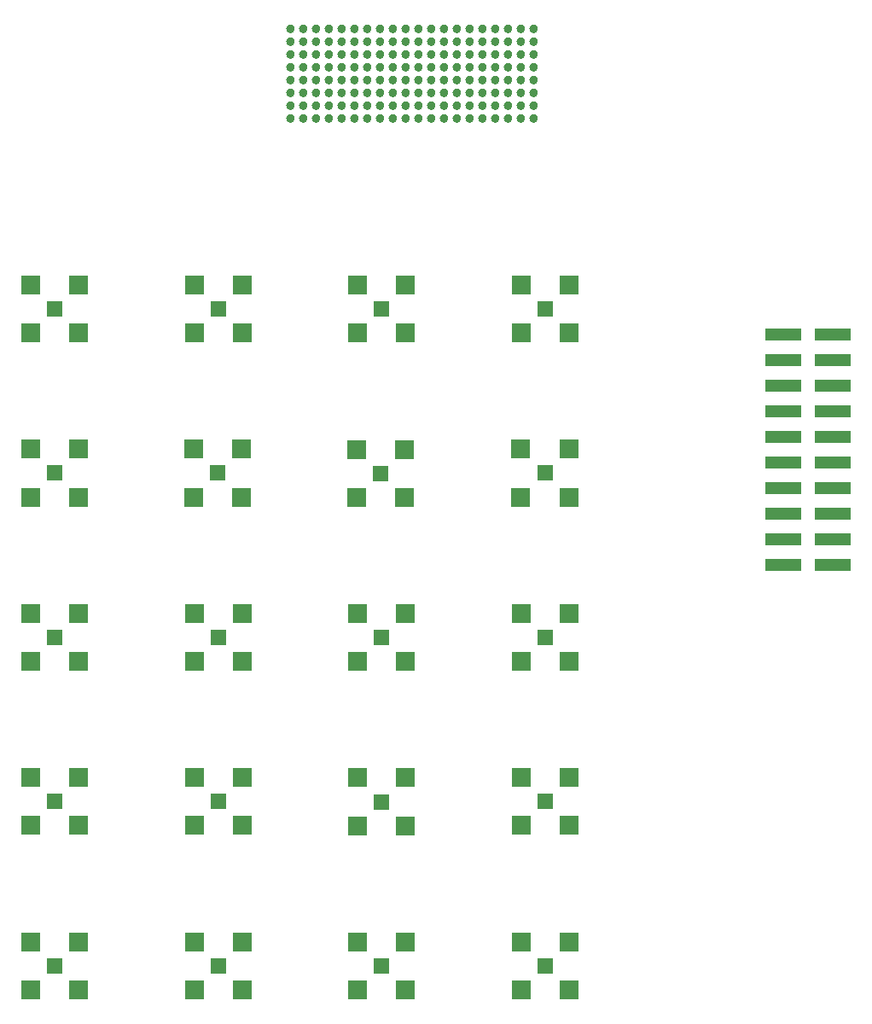
<source format=gbr>
%TF.GenerationSoftware,KiCad,Pcbnew,8.0.3*%
%TF.CreationDate,2024-07-13T21:55:38+05:30*%
%TF.ProjectId,Interpose_1,496e7465-7270-46f7-9365-5f312e6b6963,rev?*%
%TF.SameCoordinates,Original*%
%TF.FileFunction,Paste,Top*%
%TF.FilePolarity,Positive*%
%FSLAX46Y46*%
G04 Gerber Fmt 4.6, Leading zero omitted, Abs format (unit mm)*
G04 Created by KiCad (PCBNEW 8.0.3) date 2024-07-13 21:55:38*
%MOMM*%
%LPD*%
G01*
G04 APERTURE LIST*
%ADD10C,0.445000*%
%ADD11R,1.520000X1.520000*%
%ADD12R,1.905000X1.905000*%
%ADD13R,3.680000X1.270000*%
G04 APERTURE END LIST*
D10*
%TO.C,J1*%
X96104500Y-33140000D02*
G75*
G02*
X95659500Y-33140000I-222500J0D01*
G01*
X95659500Y-33140000D02*
G75*
G02*
X96104500Y-33140000I222500J0D01*
G01*
X96104500Y-34410000D02*
G75*
G02*
X95659500Y-34410000I-222500J0D01*
G01*
X95659500Y-34410000D02*
G75*
G02*
X96104500Y-34410000I222500J0D01*
G01*
X96104500Y-35680000D02*
G75*
G02*
X95659500Y-35680000I-222500J0D01*
G01*
X95659500Y-35680000D02*
G75*
G02*
X96104500Y-35680000I222500J0D01*
G01*
X96104500Y-36950000D02*
G75*
G02*
X95659500Y-36950000I-222500J0D01*
G01*
X95659500Y-36950000D02*
G75*
G02*
X96104500Y-36950000I222500J0D01*
G01*
X96104500Y-38220000D02*
G75*
G02*
X95659500Y-38220000I-222500J0D01*
G01*
X95659500Y-38220000D02*
G75*
G02*
X96104500Y-38220000I222500J0D01*
G01*
X96104500Y-39490000D02*
G75*
G02*
X95659500Y-39490000I-222500J0D01*
G01*
X95659500Y-39490000D02*
G75*
G02*
X96104500Y-39490000I222500J0D01*
G01*
X96104500Y-40760000D02*
G75*
G02*
X95659500Y-40760000I-222500J0D01*
G01*
X95659500Y-40760000D02*
G75*
G02*
X96104500Y-40760000I222500J0D01*
G01*
X96104500Y-42030000D02*
G75*
G02*
X95659500Y-42030000I-222500J0D01*
G01*
X95659500Y-42030000D02*
G75*
G02*
X96104500Y-42030000I222500J0D01*
G01*
X97374500Y-33140000D02*
G75*
G02*
X96929500Y-33140000I-222500J0D01*
G01*
X96929500Y-33140000D02*
G75*
G02*
X97374500Y-33140000I222500J0D01*
G01*
X97374500Y-34410000D02*
G75*
G02*
X96929500Y-34410000I-222500J0D01*
G01*
X96929500Y-34410000D02*
G75*
G02*
X97374500Y-34410000I222500J0D01*
G01*
X97374500Y-35680000D02*
G75*
G02*
X96929500Y-35680000I-222500J0D01*
G01*
X96929500Y-35680000D02*
G75*
G02*
X97374500Y-35680000I222500J0D01*
G01*
X97374500Y-36950000D02*
G75*
G02*
X96929500Y-36950000I-222500J0D01*
G01*
X96929500Y-36950000D02*
G75*
G02*
X97374500Y-36950000I222500J0D01*
G01*
X97374500Y-38220000D02*
G75*
G02*
X96929500Y-38220000I-222500J0D01*
G01*
X96929500Y-38220000D02*
G75*
G02*
X97374500Y-38220000I222500J0D01*
G01*
X97374500Y-39490000D02*
G75*
G02*
X96929500Y-39490000I-222500J0D01*
G01*
X96929500Y-39490000D02*
G75*
G02*
X97374500Y-39490000I222500J0D01*
G01*
X97374500Y-40760000D02*
G75*
G02*
X96929500Y-40760000I-222500J0D01*
G01*
X96929500Y-40760000D02*
G75*
G02*
X97374500Y-40760000I222500J0D01*
G01*
X97374500Y-42030000D02*
G75*
G02*
X96929500Y-42030000I-222500J0D01*
G01*
X96929500Y-42030000D02*
G75*
G02*
X97374500Y-42030000I222500J0D01*
G01*
X98644500Y-33140000D02*
G75*
G02*
X98199500Y-33140000I-222500J0D01*
G01*
X98199500Y-33140000D02*
G75*
G02*
X98644500Y-33140000I222500J0D01*
G01*
X98644500Y-34410000D02*
G75*
G02*
X98199500Y-34410000I-222500J0D01*
G01*
X98199500Y-34410000D02*
G75*
G02*
X98644500Y-34410000I222500J0D01*
G01*
X98644500Y-35680000D02*
G75*
G02*
X98199500Y-35680000I-222500J0D01*
G01*
X98199500Y-35680000D02*
G75*
G02*
X98644500Y-35680000I222500J0D01*
G01*
X98644500Y-36950000D02*
G75*
G02*
X98199500Y-36950000I-222500J0D01*
G01*
X98199500Y-36950000D02*
G75*
G02*
X98644500Y-36950000I222500J0D01*
G01*
X98644500Y-38220000D02*
G75*
G02*
X98199500Y-38220000I-222500J0D01*
G01*
X98199500Y-38220000D02*
G75*
G02*
X98644500Y-38220000I222500J0D01*
G01*
X98644500Y-39490000D02*
G75*
G02*
X98199500Y-39490000I-222500J0D01*
G01*
X98199500Y-39490000D02*
G75*
G02*
X98644500Y-39490000I222500J0D01*
G01*
X98644500Y-40760000D02*
G75*
G02*
X98199500Y-40760000I-222500J0D01*
G01*
X98199500Y-40760000D02*
G75*
G02*
X98644500Y-40760000I222500J0D01*
G01*
X98644500Y-42030000D02*
G75*
G02*
X98199500Y-42030000I-222500J0D01*
G01*
X98199500Y-42030000D02*
G75*
G02*
X98644500Y-42030000I222500J0D01*
G01*
X99914500Y-33140000D02*
G75*
G02*
X99469500Y-33140000I-222500J0D01*
G01*
X99469500Y-33140000D02*
G75*
G02*
X99914500Y-33140000I222500J0D01*
G01*
X99914500Y-34410000D02*
G75*
G02*
X99469500Y-34410000I-222500J0D01*
G01*
X99469500Y-34410000D02*
G75*
G02*
X99914500Y-34410000I222500J0D01*
G01*
X99914500Y-35680000D02*
G75*
G02*
X99469500Y-35680000I-222500J0D01*
G01*
X99469500Y-35680000D02*
G75*
G02*
X99914500Y-35680000I222500J0D01*
G01*
X99914500Y-36950000D02*
G75*
G02*
X99469500Y-36950000I-222500J0D01*
G01*
X99469500Y-36950000D02*
G75*
G02*
X99914500Y-36950000I222500J0D01*
G01*
X99914500Y-38220000D02*
G75*
G02*
X99469500Y-38220000I-222500J0D01*
G01*
X99469500Y-38220000D02*
G75*
G02*
X99914500Y-38220000I222500J0D01*
G01*
X99914500Y-39490000D02*
G75*
G02*
X99469500Y-39490000I-222500J0D01*
G01*
X99469500Y-39490000D02*
G75*
G02*
X99914500Y-39490000I222500J0D01*
G01*
X99914500Y-40760000D02*
G75*
G02*
X99469500Y-40760000I-222500J0D01*
G01*
X99469500Y-40760000D02*
G75*
G02*
X99914500Y-40760000I222500J0D01*
G01*
X99914500Y-42030000D02*
G75*
G02*
X99469500Y-42030000I-222500J0D01*
G01*
X99469500Y-42030000D02*
G75*
G02*
X99914500Y-42030000I222500J0D01*
G01*
X101184500Y-33140000D02*
G75*
G02*
X100739500Y-33140000I-222500J0D01*
G01*
X100739500Y-33140000D02*
G75*
G02*
X101184500Y-33140000I222500J0D01*
G01*
X101184500Y-34410000D02*
G75*
G02*
X100739500Y-34410000I-222500J0D01*
G01*
X100739500Y-34410000D02*
G75*
G02*
X101184500Y-34410000I222500J0D01*
G01*
X101184500Y-35680000D02*
G75*
G02*
X100739500Y-35680000I-222500J0D01*
G01*
X100739500Y-35680000D02*
G75*
G02*
X101184500Y-35680000I222500J0D01*
G01*
X101184500Y-36950000D02*
G75*
G02*
X100739500Y-36950000I-222500J0D01*
G01*
X100739500Y-36950000D02*
G75*
G02*
X101184500Y-36950000I222500J0D01*
G01*
X101184500Y-38220000D02*
G75*
G02*
X100739500Y-38220000I-222500J0D01*
G01*
X100739500Y-38220000D02*
G75*
G02*
X101184500Y-38220000I222500J0D01*
G01*
X101184500Y-39490000D02*
G75*
G02*
X100739500Y-39490000I-222500J0D01*
G01*
X100739500Y-39490000D02*
G75*
G02*
X101184500Y-39490000I222500J0D01*
G01*
X101184500Y-40760000D02*
G75*
G02*
X100739500Y-40760000I-222500J0D01*
G01*
X100739500Y-40760000D02*
G75*
G02*
X101184500Y-40760000I222500J0D01*
G01*
X101184500Y-42030000D02*
G75*
G02*
X100739500Y-42030000I-222500J0D01*
G01*
X100739500Y-42030000D02*
G75*
G02*
X101184500Y-42030000I222500J0D01*
G01*
X102454500Y-33140000D02*
G75*
G02*
X102009500Y-33140000I-222500J0D01*
G01*
X102009500Y-33140000D02*
G75*
G02*
X102454500Y-33140000I222500J0D01*
G01*
X102454500Y-34410000D02*
G75*
G02*
X102009500Y-34410000I-222500J0D01*
G01*
X102009500Y-34410000D02*
G75*
G02*
X102454500Y-34410000I222500J0D01*
G01*
X102454500Y-35680000D02*
G75*
G02*
X102009500Y-35680000I-222500J0D01*
G01*
X102009500Y-35680000D02*
G75*
G02*
X102454500Y-35680000I222500J0D01*
G01*
X102454500Y-36950000D02*
G75*
G02*
X102009500Y-36950000I-222500J0D01*
G01*
X102009500Y-36950000D02*
G75*
G02*
X102454500Y-36950000I222500J0D01*
G01*
X102454500Y-38220000D02*
G75*
G02*
X102009500Y-38220000I-222500J0D01*
G01*
X102009500Y-38220000D02*
G75*
G02*
X102454500Y-38220000I222500J0D01*
G01*
X102454500Y-39490000D02*
G75*
G02*
X102009500Y-39490000I-222500J0D01*
G01*
X102009500Y-39490000D02*
G75*
G02*
X102454500Y-39490000I222500J0D01*
G01*
X102454500Y-40760000D02*
G75*
G02*
X102009500Y-40760000I-222500J0D01*
G01*
X102009500Y-40760000D02*
G75*
G02*
X102454500Y-40760000I222500J0D01*
G01*
X102454500Y-42030000D02*
G75*
G02*
X102009500Y-42030000I-222500J0D01*
G01*
X102009500Y-42030000D02*
G75*
G02*
X102454500Y-42030000I222500J0D01*
G01*
X103724500Y-33140000D02*
G75*
G02*
X103279500Y-33140000I-222500J0D01*
G01*
X103279500Y-33140000D02*
G75*
G02*
X103724500Y-33140000I222500J0D01*
G01*
X103724500Y-34410000D02*
G75*
G02*
X103279500Y-34410000I-222500J0D01*
G01*
X103279500Y-34410000D02*
G75*
G02*
X103724500Y-34410000I222500J0D01*
G01*
X103724500Y-35680000D02*
G75*
G02*
X103279500Y-35680000I-222500J0D01*
G01*
X103279500Y-35680000D02*
G75*
G02*
X103724500Y-35680000I222500J0D01*
G01*
X103724500Y-36950000D02*
G75*
G02*
X103279500Y-36950000I-222500J0D01*
G01*
X103279500Y-36950000D02*
G75*
G02*
X103724500Y-36950000I222500J0D01*
G01*
X103724500Y-38220000D02*
G75*
G02*
X103279500Y-38220000I-222500J0D01*
G01*
X103279500Y-38220000D02*
G75*
G02*
X103724500Y-38220000I222500J0D01*
G01*
X103724500Y-39490000D02*
G75*
G02*
X103279500Y-39490000I-222500J0D01*
G01*
X103279500Y-39490000D02*
G75*
G02*
X103724500Y-39490000I222500J0D01*
G01*
X103724500Y-40760000D02*
G75*
G02*
X103279500Y-40760000I-222500J0D01*
G01*
X103279500Y-40760000D02*
G75*
G02*
X103724500Y-40760000I222500J0D01*
G01*
X103724500Y-42030000D02*
G75*
G02*
X103279500Y-42030000I-222500J0D01*
G01*
X103279500Y-42030000D02*
G75*
G02*
X103724500Y-42030000I222500J0D01*
G01*
X104994500Y-33140000D02*
G75*
G02*
X104549500Y-33140000I-222500J0D01*
G01*
X104549500Y-33140000D02*
G75*
G02*
X104994500Y-33140000I222500J0D01*
G01*
X104994500Y-34410000D02*
G75*
G02*
X104549500Y-34410000I-222500J0D01*
G01*
X104549500Y-34410000D02*
G75*
G02*
X104994500Y-34410000I222500J0D01*
G01*
X104994500Y-35680000D02*
G75*
G02*
X104549500Y-35680000I-222500J0D01*
G01*
X104549500Y-35680000D02*
G75*
G02*
X104994500Y-35680000I222500J0D01*
G01*
X104994500Y-36950000D02*
G75*
G02*
X104549500Y-36950000I-222500J0D01*
G01*
X104549500Y-36950000D02*
G75*
G02*
X104994500Y-36950000I222500J0D01*
G01*
X104994500Y-38220000D02*
G75*
G02*
X104549500Y-38220000I-222500J0D01*
G01*
X104549500Y-38220000D02*
G75*
G02*
X104994500Y-38220000I222500J0D01*
G01*
X104994500Y-39490000D02*
G75*
G02*
X104549500Y-39490000I-222500J0D01*
G01*
X104549500Y-39490000D02*
G75*
G02*
X104994500Y-39490000I222500J0D01*
G01*
X104994500Y-40760000D02*
G75*
G02*
X104549500Y-40760000I-222500J0D01*
G01*
X104549500Y-40760000D02*
G75*
G02*
X104994500Y-40760000I222500J0D01*
G01*
X104994500Y-42030000D02*
G75*
G02*
X104549500Y-42030000I-222500J0D01*
G01*
X104549500Y-42030000D02*
G75*
G02*
X104994500Y-42030000I222500J0D01*
G01*
X106264500Y-33140000D02*
G75*
G02*
X105819500Y-33140000I-222500J0D01*
G01*
X105819500Y-33140000D02*
G75*
G02*
X106264500Y-33140000I222500J0D01*
G01*
X106264500Y-34410000D02*
G75*
G02*
X105819500Y-34410000I-222500J0D01*
G01*
X105819500Y-34410000D02*
G75*
G02*
X106264500Y-34410000I222500J0D01*
G01*
X106264500Y-35680000D02*
G75*
G02*
X105819500Y-35680000I-222500J0D01*
G01*
X105819500Y-35680000D02*
G75*
G02*
X106264500Y-35680000I222500J0D01*
G01*
X106264500Y-36950000D02*
G75*
G02*
X105819500Y-36950000I-222500J0D01*
G01*
X105819500Y-36950000D02*
G75*
G02*
X106264500Y-36950000I222500J0D01*
G01*
X106264500Y-38220000D02*
G75*
G02*
X105819500Y-38220000I-222500J0D01*
G01*
X105819500Y-38220000D02*
G75*
G02*
X106264500Y-38220000I222500J0D01*
G01*
X106264500Y-39490000D02*
G75*
G02*
X105819500Y-39490000I-222500J0D01*
G01*
X105819500Y-39490000D02*
G75*
G02*
X106264500Y-39490000I222500J0D01*
G01*
X106264500Y-40760000D02*
G75*
G02*
X105819500Y-40760000I-222500J0D01*
G01*
X105819500Y-40760000D02*
G75*
G02*
X106264500Y-40760000I222500J0D01*
G01*
X106264500Y-42030000D02*
G75*
G02*
X105819500Y-42030000I-222500J0D01*
G01*
X105819500Y-42030000D02*
G75*
G02*
X106264500Y-42030000I222500J0D01*
G01*
X107534500Y-33140000D02*
G75*
G02*
X107089500Y-33140000I-222500J0D01*
G01*
X107089500Y-33140000D02*
G75*
G02*
X107534500Y-33140000I222500J0D01*
G01*
X107534500Y-34410000D02*
G75*
G02*
X107089500Y-34410000I-222500J0D01*
G01*
X107089500Y-34410000D02*
G75*
G02*
X107534500Y-34410000I222500J0D01*
G01*
X107534500Y-35680000D02*
G75*
G02*
X107089500Y-35680000I-222500J0D01*
G01*
X107089500Y-35680000D02*
G75*
G02*
X107534500Y-35680000I222500J0D01*
G01*
X107534500Y-36950000D02*
G75*
G02*
X107089500Y-36950000I-222500J0D01*
G01*
X107089500Y-36950000D02*
G75*
G02*
X107534500Y-36950000I222500J0D01*
G01*
X107534500Y-38220000D02*
G75*
G02*
X107089500Y-38220000I-222500J0D01*
G01*
X107089500Y-38220000D02*
G75*
G02*
X107534500Y-38220000I222500J0D01*
G01*
X107534500Y-39490000D02*
G75*
G02*
X107089500Y-39490000I-222500J0D01*
G01*
X107089500Y-39490000D02*
G75*
G02*
X107534500Y-39490000I222500J0D01*
G01*
X107534500Y-40760000D02*
G75*
G02*
X107089500Y-40760000I-222500J0D01*
G01*
X107089500Y-40760000D02*
G75*
G02*
X107534500Y-40760000I222500J0D01*
G01*
X107534500Y-42030000D02*
G75*
G02*
X107089500Y-42030000I-222500J0D01*
G01*
X107089500Y-42030000D02*
G75*
G02*
X107534500Y-42030000I222500J0D01*
G01*
X108804500Y-33140000D02*
G75*
G02*
X108359500Y-33140000I-222500J0D01*
G01*
X108359500Y-33140000D02*
G75*
G02*
X108804500Y-33140000I222500J0D01*
G01*
X108804500Y-34410000D02*
G75*
G02*
X108359500Y-34410000I-222500J0D01*
G01*
X108359500Y-34410000D02*
G75*
G02*
X108804500Y-34410000I222500J0D01*
G01*
X108804500Y-35680000D02*
G75*
G02*
X108359500Y-35680000I-222500J0D01*
G01*
X108359500Y-35680000D02*
G75*
G02*
X108804500Y-35680000I222500J0D01*
G01*
X108804500Y-36950000D02*
G75*
G02*
X108359500Y-36950000I-222500J0D01*
G01*
X108359500Y-36950000D02*
G75*
G02*
X108804500Y-36950000I222500J0D01*
G01*
X108804500Y-38220000D02*
G75*
G02*
X108359500Y-38220000I-222500J0D01*
G01*
X108359500Y-38220000D02*
G75*
G02*
X108804500Y-38220000I222500J0D01*
G01*
X108804500Y-39490000D02*
G75*
G02*
X108359500Y-39490000I-222500J0D01*
G01*
X108359500Y-39490000D02*
G75*
G02*
X108804500Y-39490000I222500J0D01*
G01*
X108804500Y-40760000D02*
G75*
G02*
X108359500Y-40760000I-222500J0D01*
G01*
X108359500Y-40760000D02*
G75*
G02*
X108804500Y-40760000I222500J0D01*
G01*
X108804500Y-42030000D02*
G75*
G02*
X108359500Y-42030000I-222500J0D01*
G01*
X108359500Y-42030000D02*
G75*
G02*
X108804500Y-42030000I222500J0D01*
G01*
X110074500Y-33140000D02*
G75*
G02*
X109629500Y-33140000I-222500J0D01*
G01*
X109629500Y-33140000D02*
G75*
G02*
X110074500Y-33140000I222500J0D01*
G01*
X110074500Y-34410000D02*
G75*
G02*
X109629500Y-34410000I-222500J0D01*
G01*
X109629500Y-34410000D02*
G75*
G02*
X110074500Y-34410000I222500J0D01*
G01*
X110074500Y-35680000D02*
G75*
G02*
X109629500Y-35680000I-222500J0D01*
G01*
X109629500Y-35680000D02*
G75*
G02*
X110074500Y-35680000I222500J0D01*
G01*
X110074500Y-36950000D02*
G75*
G02*
X109629500Y-36950000I-222500J0D01*
G01*
X109629500Y-36950000D02*
G75*
G02*
X110074500Y-36950000I222500J0D01*
G01*
X110074500Y-38220000D02*
G75*
G02*
X109629500Y-38220000I-222500J0D01*
G01*
X109629500Y-38220000D02*
G75*
G02*
X110074500Y-38220000I222500J0D01*
G01*
X110074500Y-39490000D02*
G75*
G02*
X109629500Y-39490000I-222500J0D01*
G01*
X109629500Y-39490000D02*
G75*
G02*
X110074500Y-39490000I222500J0D01*
G01*
X110074500Y-40760000D02*
G75*
G02*
X109629500Y-40760000I-222500J0D01*
G01*
X109629500Y-40760000D02*
G75*
G02*
X110074500Y-40760000I222500J0D01*
G01*
X110074500Y-42030000D02*
G75*
G02*
X109629500Y-42030000I-222500J0D01*
G01*
X109629500Y-42030000D02*
G75*
G02*
X110074500Y-42030000I222500J0D01*
G01*
X111344500Y-33140000D02*
G75*
G02*
X110899500Y-33140000I-222500J0D01*
G01*
X110899500Y-33140000D02*
G75*
G02*
X111344500Y-33140000I222500J0D01*
G01*
X111344500Y-34410000D02*
G75*
G02*
X110899500Y-34410000I-222500J0D01*
G01*
X110899500Y-34410000D02*
G75*
G02*
X111344500Y-34410000I222500J0D01*
G01*
X111344500Y-35680000D02*
G75*
G02*
X110899500Y-35680000I-222500J0D01*
G01*
X110899500Y-35680000D02*
G75*
G02*
X111344500Y-35680000I222500J0D01*
G01*
X111344500Y-36950000D02*
G75*
G02*
X110899500Y-36950000I-222500J0D01*
G01*
X110899500Y-36950000D02*
G75*
G02*
X111344500Y-36950000I222500J0D01*
G01*
X111344500Y-38220000D02*
G75*
G02*
X110899500Y-38220000I-222500J0D01*
G01*
X110899500Y-38220000D02*
G75*
G02*
X111344500Y-38220000I222500J0D01*
G01*
X111344500Y-39490000D02*
G75*
G02*
X110899500Y-39490000I-222500J0D01*
G01*
X110899500Y-39490000D02*
G75*
G02*
X111344500Y-39490000I222500J0D01*
G01*
X111344500Y-40760000D02*
G75*
G02*
X110899500Y-40760000I-222500J0D01*
G01*
X110899500Y-40760000D02*
G75*
G02*
X111344500Y-40760000I222500J0D01*
G01*
X111344500Y-42030000D02*
G75*
G02*
X110899500Y-42030000I-222500J0D01*
G01*
X110899500Y-42030000D02*
G75*
G02*
X111344500Y-42030000I222500J0D01*
G01*
X112614500Y-33140000D02*
G75*
G02*
X112169500Y-33140000I-222500J0D01*
G01*
X112169500Y-33140000D02*
G75*
G02*
X112614500Y-33140000I222500J0D01*
G01*
X112614500Y-34410000D02*
G75*
G02*
X112169500Y-34410000I-222500J0D01*
G01*
X112169500Y-34410000D02*
G75*
G02*
X112614500Y-34410000I222500J0D01*
G01*
X112614500Y-35680000D02*
G75*
G02*
X112169500Y-35680000I-222500J0D01*
G01*
X112169500Y-35680000D02*
G75*
G02*
X112614500Y-35680000I222500J0D01*
G01*
X112614500Y-36950000D02*
G75*
G02*
X112169500Y-36950000I-222500J0D01*
G01*
X112169500Y-36950000D02*
G75*
G02*
X112614500Y-36950000I222500J0D01*
G01*
X112614500Y-38220000D02*
G75*
G02*
X112169500Y-38220000I-222500J0D01*
G01*
X112169500Y-38220000D02*
G75*
G02*
X112614500Y-38220000I222500J0D01*
G01*
X112614500Y-39490000D02*
G75*
G02*
X112169500Y-39490000I-222500J0D01*
G01*
X112169500Y-39490000D02*
G75*
G02*
X112614500Y-39490000I222500J0D01*
G01*
X112614500Y-40760000D02*
G75*
G02*
X112169500Y-40760000I-222500J0D01*
G01*
X112169500Y-40760000D02*
G75*
G02*
X112614500Y-40760000I222500J0D01*
G01*
X112614500Y-42030000D02*
G75*
G02*
X112169500Y-42030000I-222500J0D01*
G01*
X112169500Y-42030000D02*
G75*
G02*
X112614500Y-42030000I222500J0D01*
G01*
X113884500Y-33140000D02*
G75*
G02*
X113439500Y-33140000I-222500J0D01*
G01*
X113439500Y-33140000D02*
G75*
G02*
X113884500Y-33140000I222500J0D01*
G01*
X113884500Y-34410000D02*
G75*
G02*
X113439500Y-34410000I-222500J0D01*
G01*
X113439500Y-34410000D02*
G75*
G02*
X113884500Y-34410000I222500J0D01*
G01*
X113884500Y-35680000D02*
G75*
G02*
X113439500Y-35680000I-222500J0D01*
G01*
X113439500Y-35680000D02*
G75*
G02*
X113884500Y-35680000I222500J0D01*
G01*
X113884500Y-36950000D02*
G75*
G02*
X113439500Y-36950000I-222500J0D01*
G01*
X113439500Y-36950000D02*
G75*
G02*
X113884500Y-36950000I222500J0D01*
G01*
X113884500Y-38220000D02*
G75*
G02*
X113439500Y-38220000I-222500J0D01*
G01*
X113439500Y-38220000D02*
G75*
G02*
X113884500Y-38220000I222500J0D01*
G01*
X113884500Y-39490000D02*
G75*
G02*
X113439500Y-39490000I-222500J0D01*
G01*
X113439500Y-39490000D02*
G75*
G02*
X113884500Y-39490000I222500J0D01*
G01*
X113884500Y-40760000D02*
G75*
G02*
X113439500Y-40760000I-222500J0D01*
G01*
X113439500Y-40760000D02*
G75*
G02*
X113884500Y-40760000I222500J0D01*
G01*
X113884500Y-42030000D02*
G75*
G02*
X113439500Y-42030000I-222500J0D01*
G01*
X113439500Y-42030000D02*
G75*
G02*
X113884500Y-42030000I222500J0D01*
G01*
X115154500Y-33140000D02*
G75*
G02*
X114709500Y-33140000I-222500J0D01*
G01*
X114709500Y-33140000D02*
G75*
G02*
X115154500Y-33140000I222500J0D01*
G01*
X115154500Y-34410000D02*
G75*
G02*
X114709500Y-34410000I-222500J0D01*
G01*
X114709500Y-34410000D02*
G75*
G02*
X115154500Y-34410000I222500J0D01*
G01*
X115154500Y-35680000D02*
G75*
G02*
X114709500Y-35680000I-222500J0D01*
G01*
X114709500Y-35680000D02*
G75*
G02*
X115154500Y-35680000I222500J0D01*
G01*
X115154500Y-36950000D02*
G75*
G02*
X114709500Y-36950000I-222500J0D01*
G01*
X114709500Y-36950000D02*
G75*
G02*
X115154500Y-36950000I222500J0D01*
G01*
X115154500Y-38220000D02*
G75*
G02*
X114709500Y-38220000I-222500J0D01*
G01*
X114709500Y-38220000D02*
G75*
G02*
X115154500Y-38220000I222500J0D01*
G01*
X115154500Y-39490000D02*
G75*
G02*
X114709500Y-39490000I-222500J0D01*
G01*
X114709500Y-39490000D02*
G75*
G02*
X115154500Y-39490000I222500J0D01*
G01*
X115154500Y-40760000D02*
G75*
G02*
X114709500Y-40760000I-222500J0D01*
G01*
X114709500Y-40760000D02*
G75*
G02*
X115154500Y-40760000I222500J0D01*
G01*
X115154500Y-42030000D02*
G75*
G02*
X114709500Y-42030000I-222500J0D01*
G01*
X114709500Y-42030000D02*
G75*
G02*
X115154500Y-42030000I222500J0D01*
G01*
X116424500Y-33140000D02*
G75*
G02*
X115979500Y-33140000I-222500J0D01*
G01*
X115979500Y-33140000D02*
G75*
G02*
X116424500Y-33140000I222500J0D01*
G01*
X116424500Y-34410000D02*
G75*
G02*
X115979500Y-34410000I-222500J0D01*
G01*
X115979500Y-34410000D02*
G75*
G02*
X116424500Y-34410000I222500J0D01*
G01*
X116424500Y-35680000D02*
G75*
G02*
X115979500Y-35680000I-222500J0D01*
G01*
X115979500Y-35680000D02*
G75*
G02*
X116424500Y-35680000I222500J0D01*
G01*
X116424500Y-36950000D02*
G75*
G02*
X115979500Y-36950000I-222500J0D01*
G01*
X115979500Y-36950000D02*
G75*
G02*
X116424500Y-36950000I222500J0D01*
G01*
X116424500Y-38220000D02*
G75*
G02*
X115979500Y-38220000I-222500J0D01*
G01*
X115979500Y-38220000D02*
G75*
G02*
X116424500Y-38220000I222500J0D01*
G01*
X116424500Y-39490000D02*
G75*
G02*
X115979500Y-39490000I-222500J0D01*
G01*
X115979500Y-39490000D02*
G75*
G02*
X116424500Y-39490000I222500J0D01*
G01*
X116424500Y-40760000D02*
G75*
G02*
X115979500Y-40760000I-222500J0D01*
G01*
X115979500Y-40760000D02*
G75*
G02*
X116424500Y-40760000I222500J0D01*
G01*
X116424500Y-42030000D02*
G75*
G02*
X115979500Y-42030000I-222500J0D01*
G01*
X115979500Y-42030000D02*
G75*
G02*
X116424500Y-42030000I222500J0D01*
G01*
X117694500Y-33140000D02*
G75*
G02*
X117249500Y-33140000I-222500J0D01*
G01*
X117249500Y-33140000D02*
G75*
G02*
X117694500Y-33140000I222500J0D01*
G01*
X117694500Y-34410000D02*
G75*
G02*
X117249500Y-34410000I-222500J0D01*
G01*
X117249500Y-34410000D02*
G75*
G02*
X117694500Y-34410000I222500J0D01*
G01*
X117694500Y-35680000D02*
G75*
G02*
X117249500Y-35680000I-222500J0D01*
G01*
X117249500Y-35680000D02*
G75*
G02*
X117694500Y-35680000I222500J0D01*
G01*
X117694500Y-36950000D02*
G75*
G02*
X117249500Y-36950000I-222500J0D01*
G01*
X117249500Y-36950000D02*
G75*
G02*
X117694500Y-36950000I222500J0D01*
G01*
X117694500Y-38220000D02*
G75*
G02*
X117249500Y-38220000I-222500J0D01*
G01*
X117249500Y-38220000D02*
G75*
G02*
X117694500Y-38220000I222500J0D01*
G01*
X117694500Y-39490000D02*
G75*
G02*
X117249500Y-39490000I-222500J0D01*
G01*
X117249500Y-39490000D02*
G75*
G02*
X117694500Y-39490000I222500J0D01*
G01*
X117694500Y-40760000D02*
G75*
G02*
X117249500Y-40760000I-222500J0D01*
G01*
X117249500Y-40760000D02*
G75*
G02*
X117694500Y-40760000I222500J0D01*
G01*
X117694500Y-42030000D02*
G75*
G02*
X117249500Y-42030000I-222500J0D01*
G01*
X117249500Y-42030000D02*
G75*
G02*
X117694500Y-42030000I222500J0D01*
G01*
X118964500Y-33140000D02*
G75*
G02*
X118519500Y-33140000I-222500J0D01*
G01*
X118519500Y-33140000D02*
G75*
G02*
X118964500Y-33140000I222500J0D01*
G01*
X118964500Y-34410000D02*
G75*
G02*
X118519500Y-34410000I-222500J0D01*
G01*
X118519500Y-34410000D02*
G75*
G02*
X118964500Y-34410000I222500J0D01*
G01*
X118964500Y-35680000D02*
G75*
G02*
X118519500Y-35680000I-222500J0D01*
G01*
X118519500Y-35680000D02*
G75*
G02*
X118964500Y-35680000I222500J0D01*
G01*
X118964500Y-36950000D02*
G75*
G02*
X118519500Y-36950000I-222500J0D01*
G01*
X118519500Y-36950000D02*
G75*
G02*
X118964500Y-36950000I222500J0D01*
G01*
X118964500Y-38220000D02*
G75*
G02*
X118519500Y-38220000I-222500J0D01*
G01*
X118519500Y-38220000D02*
G75*
G02*
X118964500Y-38220000I222500J0D01*
G01*
X118964500Y-39490000D02*
G75*
G02*
X118519500Y-39490000I-222500J0D01*
G01*
X118519500Y-39490000D02*
G75*
G02*
X118964500Y-39490000I222500J0D01*
G01*
X118964500Y-40760000D02*
G75*
G02*
X118519500Y-40760000I-222500J0D01*
G01*
X118519500Y-40760000D02*
G75*
G02*
X118964500Y-40760000I222500J0D01*
G01*
X118964500Y-42030000D02*
G75*
G02*
X118519500Y-42030000I-222500J0D01*
G01*
X118519500Y-42030000D02*
G75*
G02*
X118964500Y-42030000I222500J0D01*
G01*
X120234500Y-33140000D02*
G75*
G02*
X119789500Y-33140000I-222500J0D01*
G01*
X119789500Y-33140000D02*
G75*
G02*
X120234500Y-33140000I222500J0D01*
G01*
X120234500Y-34410000D02*
G75*
G02*
X119789500Y-34410000I-222500J0D01*
G01*
X119789500Y-34410000D02*
G75*
G02*
X120234500Y-34410000I222500J0D01*
G01*
X120234500Y-35680000D02*
G75*
G02*
X119789500Y-35680000I-222500J0D01*
G01*
X119789500Y-35680000D02*
G75*
G02*
X120234500Y-35680000I222500J0D01*
G01*
X120234500Y-36950000D02*
G75*
G02*
X119789500Y-36950000I-222500J0D01*
G01*
X119789500Y-36950000D02*
G75*
G02*
X120234500Y-36950000I222500J0D01*
G01*
X120234500Y-38220000D02*
G75*
G02*
X119789500Y-38220000I-222500J0D01*
G01*
X119789500Y-38220000D02*
G75*
G02*
X120234500Y-38220000I222500J0D01*
G01*
X120234500Y-39490000D02*
G75*
G02*
X119789500Y-39490000I-222500J0D01*
G01*
X119789500Y-39490000D02*
G75*
G02*
X120234500Y-39490000I222500J0D01*
G01*
X120234500Y-40760000D02*
G75*
G02*
X119789500Y-40760000I-222500J0D01*
G01*
X119789500Y-40760000D02*
G75*
G02*
X120234500Y-40760000I222500J0D01*
G01*
X120234500Y-42030000D02*
G75*
G02*
X119789500Y-42030000I-222500J0D01*
G01*
X119789500Y-42030000D02*
G75*
G02*
X120234500Y-42030000I222500J0D01*
G01*
%TD*%
D11*
%TO.C,J23*%
X121148000Y-126124000D03*
D12*
X118773000Y-123749000D03*
X123523000Y-123749000D03*
X123523000Y-128499000D03*
X118773000Y-128499000D03*
%TD*%
D11*
%TO.C,J22*%
X104877000Y-126132000D03*
D12*
X102502000Y-123757000D03*
X107252000Y-123757000D03*
X107252000Y-128507000D03*
X102502000Y-128507000D03*
%TD*%
D11*
%TO.C,J21*%
X121177000Y-109816000D03*
D12*
X118802000Y-107441000D03*
X123552000Y-107441000D03*
X123552000Y-112191000D03*
X118802000Y-112191000D03*
%TD*%
D11*
%TO.C,J20*%
X104906000Y-109824000D03*
D12*
X102531000Y-107449000D03*
X107281000Y-107449000D03*
X107281000Y-112199000D03*
X102531000Y-112199000D03*
%TD*%
D11*
%TO.C,J19*%
X121148000Y-93508000D03*
D12*
X118773000Y-91133000D03*
X123523000Y-91133000D03*
X123523000Y-95883000D03*
X118773000Y-95883000D03*
%TD*%
D11*
%TO.C,J18*%
X104877000Y-93516000D03*
D12*
X102502000Y-91141000D03*
X107252000Y-91141000D03*
X107252000Y-95891000D03*
X102502000Y-95891000D03*
%TD*%
D11*
%TO.C,J17*%
X121119000Y-77224000D03*
D12*
X118744000Y-74849000D03*
X123494000Y-74849000D03*
X123494000Y-79599000D03*
X118744000Y-79599000D03*
%TD*%
D11*
%TO.C,J16*%
X104848000Y-77232000D03*
D12*
X102473000Y-74857000D03*
X107223000Y-74857000D03*
X107223000Y-79607000D03*
X102473000Y-79607000D03*
%TD*%
D11*
%TO.C,J15*%
X121148000Y-60916000D03*
D12*
X118773000Y-58541000D03*
X123523000Y-58541000D03*
X123523000Y-63291000D03*
X118773000Y-63291000D03*
%TD*%
D11*
%TO.C,J14*%
X104877000Y-60924000D03*
D12*
X102502000Y-58549000D03*
X107252000Y-58549000D03*
X107252000Y-63299000D03*
X102502000Y-63299000D03*
%TD*%
%TO.C,J5*%
X86323000Y-58541000D03*
X91073000Y-58541000D03*
X86323000Y-63291000D03*
X91073000Y-63291000D03*
D11*
X88698000Y-60916000D03*
%TD*%
D12*
%TO.C,J13*%
X86323000Y-123749000D03*
X91073000Y-123749000D03*
X86323000Y-128499000D03*
X91073000Y-128499000D03*
D11*
X88698000Y-126124000D03*
%TD*%
%TO.C,J12*%
X72477000Y-126124000D03*
D12*
X74852000Y-128499000D03*
X70102000Y-128499000D03*
X74852000Y-123749000D03*
X70102000Y-123749000D03*
%TD*%
%TO.C,J11*%
X86352000Y-107441000D03*
X91102000Y-107441000D03*
X86352000Y-112191000D03*
X91102000Y-112191000D03*
D11*
X88727000Y-109816000D03*
%TD*%
%TO.C,J10*%
X72506000Y-109816000D03*
D12*
X74881000Y-112191000D03*
X70131000Y-112191000D03*
X74881000Y-107441000D03*
X70131000Y-107441000D03*
%TD*%
%TO.C,J9*%
X86323000Y-91133000D03*
X91073000Y-91133000D03*
X86323000Y-95883000D03*
X91073000Y-95883000D03*
D11*
X88698000Y-93508000D03*
%TD*%
%TO.C,J8*%
X72477000Y-93508000D03*
D12*
X74852000Y-95883000D03*
X70102000Y-95883000D03*
X74852000Y-91133000D03*
X70102000Y-91133000D03*
%TD*%
%TO.C,J7*%
X86294000Y-74849000D03*
X91044000Y-74849000D03*
X86294000Y-79599000D03*
X91044000Y-79599000D03*
D11*
X88669000Y-77224000D03*
%TD*%
%TO.C,J6*%
X72448000Y-77224000D03*
D12*
X74823000Y-79599000D03*
X70073000Y-79599000D03*
X74823000Y-74849000D03*
X70073000Y-74849000D03*
%TD*%
D11*
%TO.C,J4*%
X72477000Y-60916000D03*
D12*
X74852000Y-63291000D03*
X70102000Y-63291000D03*
X74852000Y-58541000D03*
X70102000Y-58541000D03*
%TD*%
D13*
%TO.C,J2*%
X144752000Y-63440000D03*
X149702000Y-63440000D03*
X144752000Y-65980000D03*
X149702000Y-65980000D03*
X144752000Y-68520000D03*
X149702000Y-68520000D03*
X144752000Y-71060000D03*
X149702000Y-71060000D03*
X144752000Y-73600000D03*
X149702000Y-73600000D03*
X144752000Y-76140000D03*
X149702000Y-76140000D03*
X144752000Y-78680000D03*
X149702000Y-78680000D03*
X144752000Y-81220000D03*
X149702000Y-81220000D03*
X144752000Y-83760000D03*
X149702000Y-83760000D03*
X144752000Y-86300000D03*
X149702000Y-86300000D03*
%TD*%
M02*

</source>
